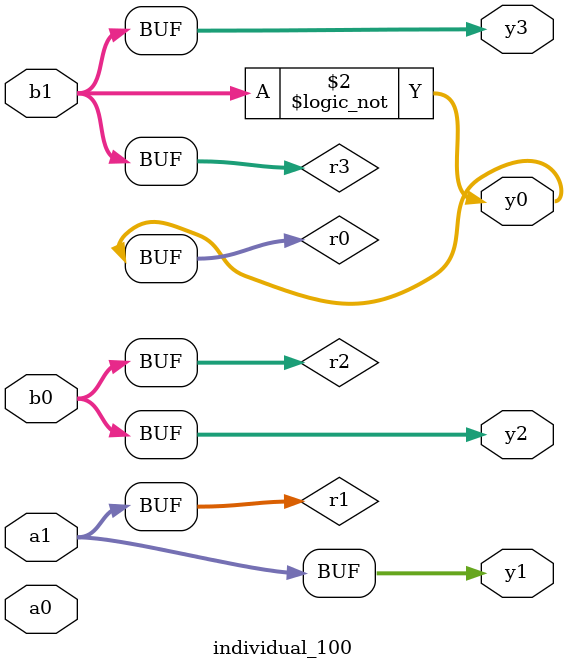
<source format=sv>
module individual_100(input logic [15:0] a1, input logic [15:0] a0, input logic [15:0] b1, input logic [15:0] b0, output logic [15:0] y3, output logic [15:0] y2, output logic [15:0] y1, output logic [15:0] y0);
logic [15:0] r0, r1, r2, r3; 
 always@(*) begin 
	 r0 = a0; r1 = a1; r2 = b0; r3 = b1; 
 	 r0 = ! b1 ;
 	 y3 = r3; y2 = r2; y1 = r1; y0 = r0; 
end
endmodule
</source>
